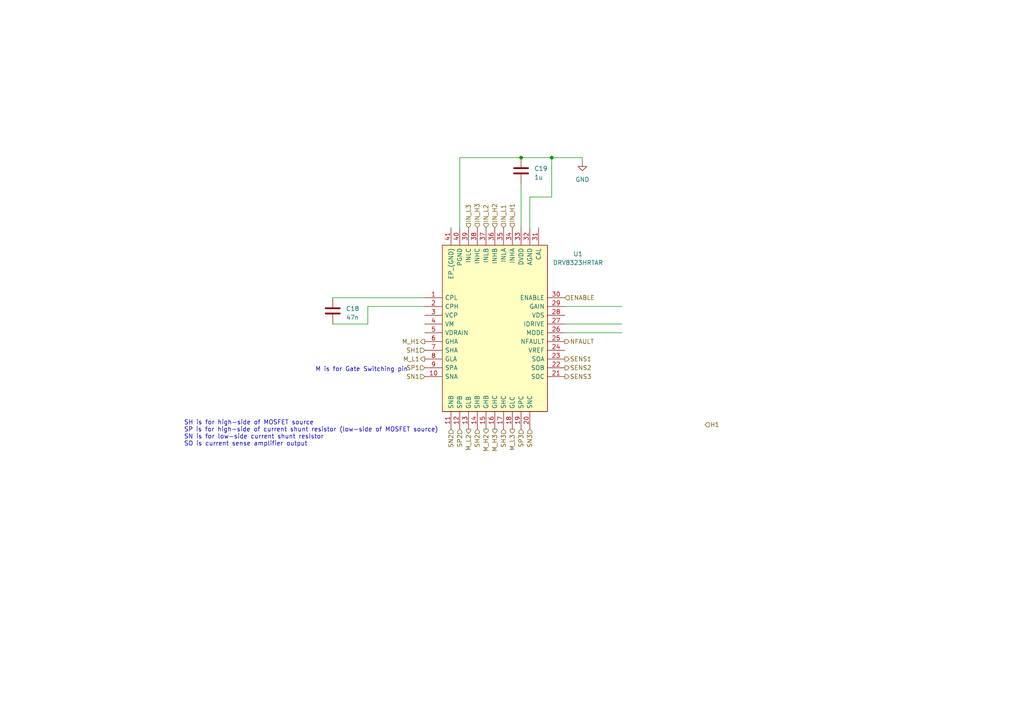
<source format=kicad_sch>
(kicad_sch (version 20230121) (generator eeschema)
  (paper "A4")
  (lib_symbols
    (symbol "DRV8323HRTAR:DRV8323HRTAR" (pin_names (offset 0.762))
      (property "Reference" "IC1" (at 44.45 5.1817 0))
      (property "Value" "DRV8323HRTAR" (at 44.45 2.6417 0))
      (symbol "DRV8323HRTAR_0_0"
        (pin passive line (at 0 0 0) (length 5.08) (name "CPL") (number "1"))
        (pin passive line (at 0 -22.86 0) (length 5.08) (name "SNA") (number "10"))
        (pin passive line (at 7.62 -38.1 90) (length 5.08) (name "SNB") (number "11"))
        (pin passive line (at 10.16 -38.1 90) (length 5.08) (name "SPB") (number "12"))
        (pin passive line (at 12.7 -38.1 90) (length 5.08) (name "GLB") (number "13"))
        (pin passive line (at 15.24 -38.1 90) (length 5.08) (name "SHB") (number "14"))
        (pin passive line (at 17.78 -38.1 90) (length 5.08) (name "GHB") (number "15"))
        (pin passive line (at 20.32 -38.1 90) (length 5.08) (name "GHC") (number "16"))
        (pin passive line (at 22.86 -38.1 90) (length 5.08) (name "SHC") (number "17"))
        (pin passive line (at 25.4 -38.1 90) (length 5.08) (name "GLC") (number "18"))
        (pin passive line (at 27.94 -38.1 90) (length 5.08) (name "SPC") (number "19"))
        (pin passive line (at 0 -2.54 0) (length 5.08) (name "CPH") (number "2"))
        (pin passive line (at 30.48 -38.1 90) (length 5.08) (name "SNC") (number "20"))
        (pin passive line (at 40.64 -22.86 180) (length 5.08) (name "SOC") (number "21"))
        (pin passive line (at 40.64 -20.32 180) (length 5.08) (name "SOB") (number "22"))
        (pin passive line (at 40.64 -17.78 180) (length 5.08) (name "SOA") (number "23"))
        (pin passive line (at 40.64 -15.24 180) (length 5.08) (name "VREF") (number "24"))
        (pin passive line (at 40.64 -12.7 180) (length 5.08) (name "NFAULT") (number "25"))
        (pin passive line (at 40.64 -10.16 180) (length 5.08) (name "MODE") (number "26"))
        (pin passive line (at 40.64 -7.62 180) (length 5.08) (name "IDRIVE") (number "27"))
        (pin passive line (at 40.64 -5.08 180) (length 5.08) (name "VDS") (number "28"))
        (pin passive line (at 40.64 -2.54 180) (length 5.08) (name "GAIN") (number "29"))
        (pin passive line (at 0 -5.08 0) (length 5.08) (name "VCP") (number "3"))
        (pin passive line (at 40.64 0 180) (length 5.08) (name "ENABLE") (number "30"))
        (pin passive line (at 33.02 20.32 270) (length 5.08) (name "CAL") (number "31"))
        (pin passive line (at 30.48 20.32 270) (length 5.08) (name "AGND") (number "32"))
        (pin passive line (at 27.94 20.32 270) (length 5.08) (name "DVDD") (number "33"))
        (pin passive line (at 25.4 20.32 270) (length 5.08) (name "INHA") (number "34"))
        (pin passive line (at 22.86 20.32 270) (length 5.08) (name "INLA") (number "35"))
        (pin passive line (at 20.32 20.32 270) (length 5.08) (name "INHB") (number "36"))
        (pin passive line (at 17.78 20.32 270) (length 5.08) (name "INLB") (number "37"))
        (pin passive line (at 15.24 20.32 270) (length 5.08) (name "INHC") (number "38"))
        (pin passive line (at 12.7 20.32 270) (length 5.08) (name "INLC") (number "39"))
        (pin passive line (at 0 -7.62 0) (length 5.08) (name "VM") (number "4"))
        (pin passive line (at 10.16 20.32 270) (length 5.08) (name "PGND") (number "40"))
        (pin passive line (at 7.62 20.32 270) (length 5.08) (name "EP_(GND)") (number "41"))
        (pin passive line (at 0 -10.16 0) (length 5.08) (name "VDRAIN") (number "5"))
        (pin passive line (at 0 -12.7 0) (length 5.08) (name "GHA") (number "6"))
        (pin passive line (at 0 -15.24 0) (length 5.08) (name "SHA") (number "7"))
        (pin passive line (at 0 -17.78 0) (length 5.08) (name "GLA") (number "8"))
        (pin passive line (at 0 -20.32 0) (length 5.08) (name "SPA") (number "9"))
      )
      (symbol "DRV8323HRTAR_0_1"
        (polyline (pts (xy 5.08 15.24) (xy 35.56 15.24) (xy 35.56 -33.02) (xy 5.08 -33.02) (xy 5.08 15.24)) (stroke (width 0.1524)) (fill (type background)))
        (rectangle (start 5.08 15.24) (end 35.56 -33.02))
      )
    )
    (symbol "Device:C" (pin_numbers hide) (pin_names (offset 0.254))
      (property "Reference" "C" (at 0.635 2.54 0))
      (property "Value" "C" (at 0.635 -2.54 0))
      (symbol "C_0_1"
        (polyline (pts (xy -2.032 -0.762) (xy 2.032 -0.762)) (stroke (width 0.508)))
        (polyline (pts (xy -2.032 0.762) (xy 2.032 0.762)) (stroke (width 0.508)))
      )
      (symbol "C_1_1"
        (pin passive line (at 0 3.81 270) (length 2.794) (name "~") (number "1"))
        (pin passive line (at 0 -3.81 90) (length 2.794) (name "~") (number "2"))
      )
    )
    (symbol "power:GND" (power) (pin_names (offset 0))
      (property "Value" "GND" (at 0 -3.81 0))
      (symbol "GND_0_1"
        (polyline (pts (xy 0 0) (xy 0 -1.27) (xy 1.27 -1.27) (xy 0 -2.54) (xy -1.27 -1.27) (xy 0 -1.27)))
      )
      (symbol "GND_1_1"
        (pin power_in line (at 0 0 270) (length 0) hide (name "GND") (number "1"))
      )
    )
  )
  (junction (at 160.02 45.72))
  (junction (at 151.13 45.72))
  (wire (pts (xy 153.67 57.15) (xy 153.67 66.04)))
  (wire (pts (xy 160.02 45.72) (xy 151.13 45.72)))
  (wire (pts (xy 160.02 45.72) (xy 160.02 57.15)))
  (wire (pts (xy 106.68 88.9) (xy 123.19 88.9)))
  (wire (pts (xy 168.91 45.72) (xy 168.91 46.99)))
  (wire (pts (xy 153.67 57.15) (xy 160.02 57.15)))
  (wire (pts (xy 163.83 88.9) (xy 180.34 88.9)))
  (wire (pts (xy 151.13 53.34) (xy 151.13 66.04)))
  (wire (pts (xy 133.35 45.72) (xy 133.35 66.04)))
  (wire (pts (xy 133.35 45.72) (xy 151.13 45.72)))
  (wire (pts (xy 96.52 93.98) (xy 106.68 93.98)))
  (wire (pts (xy 106.68 93.98) (xy 106.68 88.9)))
  (wire (pts (xy 163.83 96.52) (xy 180.34 96.52)))
  (wire (pts (xy 160.02 45.72) (xy 168.91 45.72)))
  (wire (pts (xy 163.83 93.98) (xy 180.34 93.98)))
  (wire (pts (xy 96.52 86.36) (xy 123.19 86.36)))
  (text "SH is for high-side of MOSFET source\nSP is for high-side of current shunt resistor (low-side of MOSFET source)\nSN is for low-side current shunt resistor\nSO is current sense amplifier output" (at 53.34 129.54 0) (effects (font (size 1.27 1.27)) (justify left bottom)))
  (text "M is for Gate Switching pin" (at 91.44 107.95 0) (effects (font (size 1.27 1.27)) (justify left bottom)))
  (hierarchical_label "SH1" (shape input) (at 123.19 101.6 180))
  (hierarchical_label "M_H1" (shape output) (at 123.19 99.06 180))
  (hierarchical_label "SH3" (shape input) (at 146.05 124.46 270))
  (hierarchical_label "M_L3" (shape output) (at 148.59 124.46 270))
  (hierarchical_label "SP2" (shape input) (at 133.35 124.46 270))
  (hierarchical_label "NFAULT" (shape output) (at 163.83 99.06 0))
  (hierarchical_label "ENABLE" (shape input) (at 163.83 86.36 0))
  (hierarchical_label "M_L1" (shape output) (at 123.19 104.14 180))
  (hierarchical_label "M_H2" (shape output) (at 140.97 124.46 270))
  (hierarchical_label "IN_L3" (shape input) (at 135.89 66.04 90))
  (hierarchical_label "SN1" (shape input) (at 123.19 109.22 180))
  (hierarchical_label "IN_H1" (shape input) (at 148.59 66.04 90))
  (hierarchical_label "SN3" (shape input) (at 153.67 124.46 270))
  (hierarchical_label "SENS1" (shape output) (at 163.83 104.14 0))
  (hierarchical_label "M_H3" (shape output) (at 143.51 124.46 270))
  (hierarchical_label "SP1" (shape input) (at 123.19 106.68 180))
  (hierarchical_label "SENS3" (shape output) (at 163.83 109.22 0))
  (hierarchical_label "IN_L1" (shape input) (at 146.05 66.04 90))
  (hierarchical_label "SH2" (shape input) (at 138.43 124.46 270))
  (hierarchical_label "M_L2" (shape output) (at 135.89 124.46 270))
  (hierarchical_label "SN2" (shape input) (at 130.81 124.46 270))
  (hierarchical_label "SP3" (shape input) (at 151.13 124.46 270))
  (hierarchical_label "H1" (shape input) (at 204.47 123.19 0))
  (hierarchical_label "SENS2" (shape output) (at 163.83 106.68 0))
  (hierarchical_label "IN_H3" (shape input) (at 138.43 66.04 90))
  (hierarchical_label "IN_H2" (shape input) (at 143.51 66.04 90))
  (hierarchical_label "IN_L2" (shape input) (at 140.97 66.04 90))
  (symbol (lib_id "Device:C") (at 151.13 49.53 180) (unit 1)
    (property "Reference" "C19" (at 154.94 48.895 0) (effects (justify right)))
    (property "Value" "1u" (at 154.94 51.435 0) (effects (justify right)))
  )
  (symbol (lib_id "power:GND") (at 168.91 46.99 0) (unit 1)
    (property "Reference" "#PWR026" (effects hide))
    (property "Value" "GND" (at 168.91 52.07 0))
  )
  (symbol (lib_id "DRV8323HRTAR:DRV8323HRTAR") (at 123.19 86.36 0) (unit 1)
    (property "Reference" "U1" (at 167.64 73.66 0))
    (property "Value" "DRV8323HRTAR" (at 167.64 76.2 0))
    (property "Footprint" "QFN50P600X600X80-41N-D" (effects hide))
    (property "Datasheet" "http://www.ti.com/lit/gpn/drv8323" (effects hide))
    (property "Description" "60V Three-Phase Smart Gate Driver With Three Current Shunt Amplifiers" (effects hide))
    (property "Height" "0.8" (effects hide))
    (property "Manufacturer_Name" "Texas Instruments" (effects hide))
    (property "Manufacturer_Part_Number" "DRV8323HRTAR" (effects hide))
    (property "Mouser Part Number" "595-DRV8323HRTAR" (effects hide))
    (property "Mouser Price/Stock" "https://www.mouser.co.uk/ProductDetail/Texas-Instruments/DRV8323HRTAR?qs=u4fy%2FsgLU9N%252BsI8bz2iwaQ%3D%3D" (effects hide))
    (property "Arrow Part Number" "DRV8323HRTAR" (effects hide))
    (property "Arrow Price/Stock" "https://www.arrow.com/en/products/drv8323hrtar/texas-instruments?region=nac" (effects hide))
  )
  (symbol (lib_id "Device:C") (at 96.52 90.17 0) (unit 1)
    (property "Reference" "C18" (at 100.33 89.535 0) (effects (justify left)))
    (property "Value" "47n" (at 100.33 92.075 0) (effects (justify left)))
  )
)
</source>
